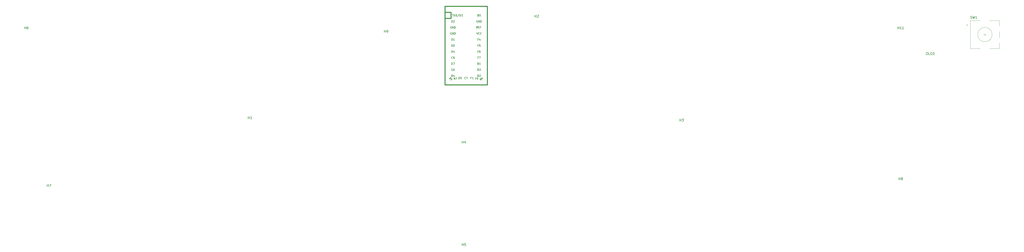
<source format=gbr>
%TF.GenerationSoftware,KiCad,Pcbnew,(5.1.10)-1*%
%TF.CreationDate,2022-01-23T15:25:41-08:00*%
%TF.ProjectId,V2,56322e6b-6963-4616-945f-706362585858,rev?*%
%TF.SameCoordinates,Original*%
%TF.FileFunction,Legend,Top*%
%TF.FilePolarity,Positive*%
%FSLAX46Y46*%
G04 Gerber Fmt 4.6, Leading zero omitted, Abs format (unit mm)*
G04 Created by KiCad (PCBNEW (5.1.10)-1) date 2022-01-23 15:25:41*
%MOMM*%
%LPD*%
G01*
G04 APERTURE LIST*
%ADD10C,0.381000*%
%ADD11C,0.150000*%
%ADD12C,0.120000*%
G04 APERTURE END LIST*
D10*
%TO.C,U1*%
X204241400Y9321800D02*
X204241400Y-21158200D01*
X204241400Y-21158200D02*
X222021400Y-21158200D01*
X222021400Y-21158200D02*
X222021400Y9321800D01*
X206781400Y9321800D02*
X206781400Y6781800D01*
X206781400Y6781800D02*
X204241400Y6781800D01*
D11*
G36*
X218062968Y3442440D02*
G01*
X218062968Y3142440D01*
X217962968Y3142440D01*
X217962968Y3442440D01*
X218062968Y3442440D01*
G37*
X218062968Y3442440D02*
X218062968Y3142440D01*
X217962968Y3142440D01*
X217962968Y3442440D01*
X218062968Y3442440D01*
G36*
X217862968Y3042440D02*
G01*
X217862968Y2942440D01*
X217762968Y2942440D01*
X217762968Y3042440D01*
X217862968Y3042440D01*
G37*
X217862968Y3042440D02*
X217862968Y2942440D01*
X217762968Y2942440D01*
X217762968Y3042440D01*
X217862968Y3042440D01*
G36*
X218062968Y3442440D02*
G01*
X218062968Y3342440D01*
X217562968Y3342440D01*
X217562968Y3442440D01*
X218062968Y3442440D01*
G37*
X218062968Y3442440D02*
X218062968Y3342440D01*
X217562968Y3342440D01*
X217562968Y3442440D01*
X218062968Y3442440D01*
G36*
X217662968Y3442440D02*
G01*
X217662968Y2642440D01*
X217562968Y2642440D01*
X217562968Y3442440D01*
X217662968Y3442440D01*
G37*
X217662968Y3442440D02*
X217662968Y2642440D01*
X217562968Y2642440D01*
X217562968Y3442440D01*
X217662968Y3442440D01*
G36*
X218062968Y2842440D02*
G01*
X218062968Y2642440D01*
X217962968Y2642440D01*
X217962968Y2842440D01*
X218062968Y2842440D01*
G37*
X218062968Y2842440D02*
X218062968Y2642440D01*
X217962968Y2642440D01*
X217962968Y2842440D01*
X218062968Y2842440D01*
D10*
X222021400Y9321800D02*
X222021400Y11861800D01*
X222021400Y11861800D02*
X204241400Y11861800D01*
X204241400Y11861800D02*
X204241400Y9321800D01*
X206781400Y9321800D02*
X204241400Y9321800D01*
D12*
%TO.C,SW1*%
X433949043Y0D02*
G75*
G03*
X433949043Y0I-3000000J0D01*
G01*
X432949043Y5900000D02*
X437049043Y5900000D01*
X437049043Y-5900000D02*
X432949043Y-5900000D01*
X428949043Y-5900000D02*
X424849043Y-5900000D01*
X428949043Y5900000D02*
X424849043Y5900000D01*
X424849043Y5900000D02*
X424849043Y-5900000D01*
X423449043Y3800000D02*
X423149043Y4100000D01*
X423149043Y4100000D02*
X423749043Y4100000D01*
X423749043Y4100000D02*
X423449043Y3800000D01*
X437049043Y5900000D02*
X437049043Y3500000D01*
X437049043Y1300000D02*
X437049043Y-1300000D01*
X437049043Y-3500000D02*
X437049043Y-5900000D01*
X430949043Y500000D02*
X430949043Y-500000D01*
X430449043Y0D02*
X431449043Y0D01*
%TO.C,OL1*%
D11*
X406547819Y-7479380D02*
X406738295Y-7479380D01*
X406833533Y-7527000D01*
X406928771Y-7622238D01*
X406976390Y-7812714D01*
X406976390Y-8146047D01*
X406928771Y-8336523D01*
X406833533Y-8431761D01*
X406738295Y-8479380D01*
X406547819Y-8479380D01*
X406452580Y-8431761D01*
X406357342Y-8336523D01*
X406309723Y-8146047D01*
X406309723Y-7812714D01*
X406357342Y-7622238D01*
X406452580Y-7527000D01*
X406547819Y-7479380D01*
X407881152Y-8479380D02*
X407404961Y-8479380D01*
X407404961Y-7479380D01*
X408214485Y-7955571D02*
X408547819Y-7955571D01*
X408690676Y-8479380D02*
X408214485Y-8479380D01*
X408214485Y-7479380D01*
X408690676Y-7479380D01*
X409119247Y-8479380D02*
X409119247Y-7479380D01*
X409357342Y-7479380D01*
X409500200Y-7527000D01*
X409595438Y-7622238D01*
X409643057Y-7717476D01*
X409690676Y-7907952D01*
X409690676Y-8050809D01*
X409643057Y-8241285D01*
X409595438Y-8336523D01*
X409500200Y-8431761D01*
X409357342Y-8479380D01*
X409119247Y-8479380D01*
%TO.C,U1*%
X218268590Y-17291057D02*
X218382876Y-17329152D01*
X218420971Y-17367247D01*
X218459066Y-17443438D01*
X218459066Y-17557723D01*
X218420971Y-17633914D01*
X218382876Y-17672009D01*
X218306685Y-17710104D01*
X218001923Y-17710104D01*
X218001923Y-16910104D01*
X218268590Y-16910104D01*
X218344780Y-16948200D01*
X218382876Y-16986295D01*
X218420971Y-17062485D01*
X218420971Y-17138676D01*
X218382876Y-17214866D01*
X218344780Y-17252961D01*
X218268590Y-17291057D01*
X218001923Y-17291057D01*
X218763828Y-16986295D02*
X218801923Y-16948200D01*
X218878114Y-16910104D01*
X219068590Y-16910104D01*
X219144780Y-16948200D01*
X219182876Y-16986295D01*
X219220971Y-17062485D01*
X219220971Y-17138676D01*
X219182876Y-17252961D01*
X218725733Y-17710104D01*
X219220971Y-17710104D01*
X218325733Y-9671057D02*
X218059066Y-9671057D01*
X218059066Y-10090104D02*
X218059066Y-9290104D01*
X218440019Y-9290104D01*
X218668590Y-9290104D02*
X219201923Y-9290104D01*
X218859066Y-10090104D01*
X218325733Y-7131057D02*
X218059066Y-7131057D01*
X218059066Y-7550104D02*
X218059066Y-6750104D01*
X218440019Y-6750104D01*
X219087638Y-6750104D02*
X218935257Y-6750104D01*
X218859066Y-6788200D01*
X218820971Y-6826295D01*
X218744780Y-6940580D01*
X218706685Y-7092961D01*
X218706685Y-7397723D01*
X218744780Y-7473914D01*
X218782876Y-7512009D01*
X218859066Y-7550104D01*
X219011447Y-7550104D01*
X219087638Y-7512009D01*
X219125733Y-7473914D01*
X219163828Y-7397723D01*
X219163828Y-7207247D01*
X219125733Y-7131057D01*
X219087638Y-7092961D01*
X219011447Y-7054866D01*
X218859066Y-7054866D01*
X218782876Y-7092961D01*
X218744780Y-7131057D01*
X218706685Y-7207247D01*
X218325733Y-4591057D02*
X218059066Y-4591057D01*
X218059066Y-5010104D02*
X218059066Y-4210104D01*
X218440019Y-4210104D01*
X219125733Y-4210104D02*
X218744780Y-4210104D01*
X218706685Y-4591057D01*
X218744780Y-4552961D01*
X218820971Y-4514866D01*
X219011447Y-4514866D01*
X219087638Y-4552961D01*
X219125733Y-4591057D01*
X219163828Y-4667247D01*
X219163828Y-4857723D01*
X219125733Y-4933914D01*
X219087638Y-4972009D01*
X219011447Y-5010104D01*
X218820971Y-5010104D01*
X218744780Y-4972009D01*
X218706685Y-4933914D01*
X218268590Y8108942D02*
X218382876Y8070847D01*
X218420971Y8032752D01*
X218459066Y7956561D01*
X218459066Y7842276D01*
X218420971Y7766085D01*
X218382876Y7727990D01*
X218306685Y7689895D01*
X218001923Y7689895D01*
X218001923Y8489895D01*
X218268590Y8489895D01*
X218344780Y8451800D01*
X218382876Y8413704D01*
X218420971Y8337514D01*
X218420971Y8261323D01*
X218382876Y8185133D01*
X218344780Y8147038D01*
X218268590Y8108942D01*
X218001923Y8108942D01*
X218954304Y8489895D02*
X219030495Y8489895D01*
X219106685Y8451800D01*
X219144780Y8413704D01*
X219182876Y8337514D01*
X219220971Y8185133D01*
X219220971Y7994657D01*
X219182876Y7842276D01*
X219144780Y7766085D01*
X219106685Y7727990D01*
X219030495Y7689895D01*
X218954304Y7689895D01*
X218878114Y7727990D01*
X218840019Y7766085D01*
X218801923Y7842276D01*
X218763828Y7994657D01*
X218763828Y8185133D01*
X218801923Y8337514D01*
X218840019Y8413704D01*
X218878114Y8451800D01*
X218954304Y8489895D01*
X217982876Y5911800D02*
X217906685Y5949895D01*
X217792400Y5949895D01*
X217678114Y5911800D01*
X217601923Y5835609D01*
X217563828Y5759419D01*
X217525733Y5607038D01*
X217525733Y5492752D01*
X217563828Y5340371D01*
X217601923Y5264180D01*
X217678114Y5187990D01*
X217792400Y5149895D01*
X217868590Y5149895D01*
X217982876Y5187990D01*
X218020971Y5226085D01*
X218020971Y5492752D01*
X217868590Y5492752D01*
X218363828Y5149895D02*
X218363828Y5949895D01*
X218820971Y5149895D01*
X218820971Y5949895D01*
X219201923Y5149895D02*
X219201923Y5949895D01*
X219392400Y5949895D01*
X219506685Y5911800D01*
X219582876Y5835609D01*
X219620971Y5759419D01*
X219659066Y5607038D01*
X219659066Y5492752D01*
X219620971Y5340371D01*
X219582876Y5264180D01*
X219506685Y5187990D01*
X219392400Y5149895D01*
X219201923Y5149895D01*
X218331186Y2677990D02*
X218445472Y2639895D01*
X218635948Y2639895D01*
X218712139Y2677990D01*
X218750234Y2716085D01*
X218788329Y2792276D01*
X218788329Y2868466D01*
X218750234Y2944657D01*
X218712139Y2982752D01*
X218635948Y3020847D01*
X218483567Y3058942D01*
X218407377Y3097038D01*
X218369281Y3135133D01*
X218331186Y3211323D01*
X218331186Y3287514D01*
X218369281Y3363704D01*
X218407377Y3401800D01*
X218483567Y3439895D01*
X218674043Y3439895D01*
X218788329Y3401800D01*
X219016900Y3439895D02*
X219474043Y3439895D01*
X219245472Y2639895D02*
X219245472Y3439895D01*
X217525733Y869895D02*
X217792400Y69895D01*
X218059066Y869895D01*
X218782876Y146085D02*
X218744780Y107990D01*
X218630495Y69895D01*
X218554304Y69895D01*
X218440019Y107990D01*
X218363828Y184180D01*
X218325733Y260371D01*
X218287638Y412752D01*
X218287638Y527038D01*
X218325733Y679419D01*
X218363828Y755609D01*
X218440019Y831800D01*
X218554304Y869895D01*
X218630495Y869895D01*
X218744780Y831800D01*
X218782876Y793704D01*
X219582876Y146085D02*
X219544780Y107990D01*
X219430495Y69895D01*
X219354304Y69895D01*
X219240019Y107990D01*
X219163828Y184180D01*
X219125733Y260371D01*
X219087638Y412752D01*
X219087638Y527038D01*
X219125733Y679419D01*
X219163828Y755609D01*
X219240019Y831800D01*
X219354304Y869895D01*
X219430495Y869895D01*
X219544780Y831800D01*
X219582876Y793704D01*
X218325733Y-2051057D02*
X218059066Y-2051057D01*
X218059066Y-2470104D02*
X218059066Y-1670104D01*
X218440019Y-1670104D01*
X219087638Y-1936771D02*
X219087638Y-2470104D01*
X218897161Y-1632009D02*
X218706685Y-2203438D01*
X219201923Y-2203438D01*
X218268590Y-12211057D02*
X218382876Y-12249152D01*
X218420971Y-12287247D01*
X218459066Y-12363438D01*
X218459066Y-12477723D01*
X218420971Y-12553914D01*
X218382876Y-12592009D01*
X218306685Y-12630104D01*
X218001923Y-12630104D01*
X218001923Y-11830104D01*
X218268590Y-11830104D01*
X218344780Y-11868200D01*
X218382876Y-11906295D01*
X218420971Y-11982485D01*
X218420971Y-12058676D01*
X218382876Y-12134866D01*
X218344780Y-12172961D01*
X218268590Y-12211057D01*
X218001923Y-12211057D01*
X219220971Y-12630104D02*
X218763828Y-12630104D01*
X218992400Y-12630104D02*
X218992400Y-11830104D01*
X218916209Y-11944390D01*
X218840019Y-12020580D01*
X218763828Y-12058676D01*
X218268590Y-14751057D02*
X218382876Y-14789152D01*
X218420971Y-14827247D01*
X218459066Y-14903438D01*
X218459066Y-15017723D01*
X218420971Y-15093914D01*
X218382876Y-15132009D01*
X218306685Y-15170104D01*
X218001923Y-15170104D01*
X218001923Y-14370104D01*
X218268590Y-14370104D01*
X218344780Y-14408200D01*
X218382876Y-14446295D01*
X218420971Y-14522485D01*
X218420971Y-14598676D01*
X218382876Y-14674866D01*
X218344780Y-14712961D01*
X218268590Y-14751057D01*
X218001923Y-14751057D01*
X218725733Y-14370104D02*
X219220971Y-14370104D01*
X218954304Y-14674866D01*
X219068590Y-14674866D01*
X219144780Y-14712961D01*
X219182876Y-14751057D01*
X219220971Y-14827247D01*
X219220971Y-15017723D01*
X219182876Y-15093914D01*
X219144780Y-15132009D01*
X219068590Y-15170104D01*
X218840019Y-15170104D01*
X218763828Y-15132009D01*
X218725733Y-15093914D01*
X206566408Y-18382497D02*
X206613548Y-18476778D01*
X206613548Y-18523919D01*
X206589978Y-18594629D01*
X206519267Y-18665340D01*
X206448557Y-18688910D01*
X206401416Y-18688910D01*
X206330706Y-18665340D01*
X206142144Y-18476778D01*
X206637119Y-17981803D01*
X206802110Y-18146795D01*
X206825680Y-18217506D01*
X206825680Y-18264646D01*
X206802110Y-18335357D01*
X206754970Y-18382497D01*
X206684259Y-18406067D01*
X206637119Y-18406067D01*
X206566408Y-18382497D01*
X206401416Y-18217506D01*
X207367796Y-18712480D02*
X207132093Y-18476778D01*
X206872821Y-18688910D01*
X206919961Y-18688910D01*
X206990672Y-18712480D01*
X207108523Y-18830332D01*
X207132093Y-18901042D01*
X207132093Y-18948183D01*
X207108523Y-19018893D01*
X206990672Y-19136744D01*
X206919961Y-19160315D01*
X206872821Y-19160315D01*
X206802110Y-19136744D01*
X206684259Y-19018893D01*
X206660689Y-18948183D01*
X206660689Y-18901042D01*
X207346590Y-17291057D02*
X207460876Y-17329152D01*
X207498971Y-17367247D01*
X207537066Y-17443438D01*
X207537066Y-17557723D01*
X207498971Y-17633914D01*
X207460876Y-17672009D01*
X207384685Y-17710104D01*
X207079923Y-17710104D01*
X207079923Y-16910104D01*
X207346590Y-16910104D01*
X207422780Y-16948200D01*
X207460876Y-16986295D01*
X207498971Y-17062485D01*
X207498971Y-17138676D01*
X207460876Y-17214866D01*
X207422780Y-17252961D01*
X207346590Y-17291057D01*
X207079923Y-17291057D01*
X208222780Y-17176771D02*
X208222780Y-17710104D01*
X208032304Y-16872009D02*
X207841828Y-17443438D01*
X208337066Y-17443438D01*
X207118019Y-14751057D02*
X207384685Y-14751057D01*
X207498971Y-15170104D02*
X207118019Y-15170104D01*
X207118019Y-14370104D01*
X207498971Y-14370104D01*
X208184685Y-14370104D02*
X208032304Y-14370104D01*
X207956114Y-14408200D01*
X207918019Y-14446295D01*
X207841828Y-14560580D01*
X207803733Y-14712961D01*
X207803733Y-15017723D01*
X207841828Y-15093914D01*
X207879923Y-15132009D01*
X207956114Y-15170104D01*
X208108495Y-15170104D01*
X208184685Y-15132009D01*
X208222780Y-15093914D01*
X208260876Y-15017723D01*
X208260876Y-14827247D01*
X208222780Y-14751057D01*
X208184685Y-14712961D01*
X208108495Y-14674866D01*
X207956114Y-14674866D01*
X207879923Y-14712961D01*
X207841828Y-14751057D01*
X207803733Y-14827247D01*
X207079923Y-12630104D02*
X207079923Y-11830104D01*
X207270400Y-11830104D01*
X207384685Y-11868200D01*
X207460876Y-11944390D01*
X207498971Y-12020580D01*
X207537066Y-12172961D01*
X207537066Y-12287247D01*
X207498971Y-12439628D01*
X207460876Y-12515819D01*
X207384685Y-12592009D01*
X207270400Y-12630104D01*
X207079923Y-12630104D01*
X207803733Y-11830104D02*
X208337066Y-11830104D01*
X207994209Y-12630104D01*
X207537066Y-10013914D02*
X207498971Y-10052009D01*
X207384685Y-10090104D01*
X207308495Y-10090104D01*
X207194209Y-10052009D01*
X207118019Y-9975819D01*
X207079923Y-9899628D01*
X207041828Y-9747247D01*
X207041828Y-9632961D01*
X207079923Y-9480580D01*
X207118019Y-9404390D01*
X207194209Y-9328200D01*
X207308495Y-9290104D01*
X207384685Y-9290104D01*
X207498971Y-9328200D01*
X207537066Y-9366295D01*
X208222780Y-9290104D02*
X208070400Y-9290104D01*
X207994209Y-9328200D01*
X207956114Y-9366295D01*
X207879923Y-9480580D01*
X207841828Y-9632961D01*
X207841828Y-9937723D01*
X207879923Y-10013914D01*
X207918019Y-10052009D01*
X207994209Y-10090104D01*
X208146590Y-10090104D01*
X208222780Y-10052009D01*
X208260876Y-10013914D01*
X208298971Y-9937723D01*
X208298971Y-9747247D01*
X208260876Y-9671057D01*
X208222780Y-9632961D01*
X208146590Y-9594866D01*
X207994209Y-9594866D01*
X207918019Y-9632961D01*
X207879923Y-9671057D01*
X207841828Y-9747247D01*
X207079923Y-7550104D02*
X207079923Y-6750104D01*
X207270400Y-6750104D01*
X207384685Y-6788200D01*
X207460876Y-6864390D01*
X207498971Y-6940580D01*
X207537066Y-7092961D01*
X207537066Y-7207247D01*
X207498971Y-7359628D01*
X207460876Y-7435819D01*
X207384685Y-7512009D01*
X207270400Y-7550104D01*
X207079923Y-7550104D01*
X208222780Y-7016771D02*
X208222780Y-7550104D01*
X208032304Y-6712009D02*
X207841828Y-7283438D01*
X208337066Y-7283438D01*
X207060876Y3371800D02*
X206984685Y3409895D01*
X206870400Y3409895D01*
X206756114Y3371800D01*
X206679923Y3295609D01*
X206641828Y3219419D01*
X206603733Y3067038D01*
X206603733Y2952752D01*
X206641828Y2800371D01*
X206679923Y2724180D01*
X206756114Y2647990D01*
X206870400Y2609895D01*
X206946590Y2609895D01*
X207060876Y2647990D01*
X207098971Y2686085D01*
X207098971Y2952752D01*
X206946590Y2952752D01*
X207441828Y2609895D02*
X207441828Y3409895D01*
X207898971Y2609895D01*
X207898971Y3409895D01*
X208279923Y2609895D02*
X208279923Y3409895D01*
X208470400Y3409895D01*
X208584685Y3371800D01*
X208660876Y3295609D01*
X208698971Y3219419D01*
X208737066Y3067038D01*
X208737066Y2952752D01*
X208698971Y2800371D01*
X208660876Y2724180D01*
X208584685Y2647990D01*
X208470400Y2609895D01*
X208279923Y2609895D01*
X207060876Y831800D02*
X206984685Y869895D01*
X206870400Y869895D01*
X206756114Y831800D01*
X206679923Y755609D01*
X206641828Y679419D01*
X206603733Y527038D01*
X206603733Y412752D01*
X206641828Y260371D01*
X206679923Y184180D01*
X206756114Y107990D01*
X206870400Y69895D01*
X206946590Y69895D01*
X207060876Y107990D01*
X207098971Y146085D01*
X207098971Y412752D01*
X206946590Y412752D01*
X207441828Y69895D02*
X207441828Y869895D01*
X207898971Y69895D01*
X207898971Y869895D01*
X208279923Y69895D02*
X208279923Y869895D01*
X208470400Y869895D01*
X208584685Y831800D01*
X208660876Y755609D01*
X208698971Y679419D01*
X208737066Y527038D01*
X208737066Y412752D01*
X208698971Y260371D01*
X208660876Y184180D01*
X208584685Y107990D01*
X208470400Y69895D01*
X208279923Y69895D01*
X207079923Y-2470104D02*
X207079923Y-1670104D01*
X207270400Y-1670104D01*
X207384685Y-1708200D01*
X207460876Y-1784390D01*
X207498971Y-1860580D01*
X207537066Y-2012961D01*
X207537066Y-2127247D01*
X207498971Y-2279628D01*
X207460876Y-2355819D01*
X207384685Y-2432009D01*
X207270400Y-2470104D01*
X207079923Y-2470104D01*
X208298971Y-2470104D02*
X207841828Y-2470104D01*
X208070400Y-2470104D02*
X208070400Y-1670104D01*
X207994209Y-1784390D01*
X207918019Y-1860580D01*
X207841828Y-1898676D01*
X207079923Y-5010104D02*
X207079923Y-4210104D01*
X207270400Y-4210104D01*
X207384685Y-4248200D01*
X207460876Y-4324390D01*
X207498971Y-4400580D01*
X207537066Y-4552961D01*
X207537066Y-4667247D01*
X207498971Y-4819628D01*
X207460876Y-4895819D01*
X207384685Y-4972009D01*
X207270400Y-5010104D01*
X207079923Y-5010104D01*
X208032304Y-4210104D02*
X208108495Y-4210104D01*
X208184685Y-4248200D01*
X208222780Y-4286295D01*
X208260876Y-4362485D01*
X208298971Y-4514866D01*
X208298971Y-4705342D01*
X208260876Y-4857723D01*
X208222780Y-4933914D01*
X208184685Y-4972009D01*
X208108495Y-5010104D01*
X208032304Y-5010104D01*
X207956114Y-4972009D01*
X207918019Y-4933914D01*
X207879923Y-4857723D01*
X207841828Y-4705342D01*
X207841828Y-4514866D01*
X207879923Y-4362485D01*
X207918019Y-4286295D01*
X207956114Y-4248200D01*
X208032304Y-4210104D01*
X207079923Y5149895D02*
X207079923Y5949895D01*
X207270400Y5949895D01*
X207384685Y5911800D01*
X207460876Y5835609D01*
X207498971Y5759419D01*
X207537066Y5607038D01*
X207537066Y5492752D01*
X207498971Y5340371D01*
X207460876Y5264180D01*
X207384685Y5187990D01*
X207270400Y5149895D01*
X207079923Y5149895D01*
X207841828Y5873704D02*
X207879923Y5911800D01*
X207956114Y5949895D01*
X208146590Y5949895D01*
X208222780Y5911800D01*
X208260876Y5873704D01*
X208298971Y5797514D01*
X208298971Y5721323D01*
X208260876Y5607038D01*
X207803733Y5149895D01*
X208298971Y5149895D01*
X207369051Y8489895D02*
X207826194Y8489895D01*
X207597623Y7689895D02*
X207597623Y8489895D01*
X208016670Y8489895D02*
X208550004Y7689895D01*
X208550004Y8489895D02*
X208016670Y7689895D01*
X209007147Y8489895D02*
X209083337Y8489895D01*
X209159528Y8451800D01*
X209197623Y8413704D01*
X209235718Y8337514D01*
X209273813Y8185133D01*
X209273813Y7994657D01*
X209235718Y7842276D01*
X209197623Y7766085D01*
X209159528Y7727990D01*
X209083337Y7689895D01*
X209007147Y7689895D01*
X208930956Y7727990D01*
X208892861Y7766085D01*
X208854766Y7842276D01*
X208816670Y7994657D01*
X208816670Y8185133D01*
X208854766Y8337514D01*
X208892861Y8413704D01*
X208930956Y8451800D01*
X209007147Y8489895D01*
X210188099Y8527990D02*
X209502385Y7499419D01*
X210454766Y7689895D02*
X210454766Y8489895D01*
X210645242Y8489895D01*
X210759528Y8451800D01*
X210835718Y8375609D01*
X210873813Y8299419D01*
X210911908Y8147038D01*
X210911908Y8032752D01*
X210873813Y7880371D01*
X210835718Y7804180D01*
X210759528Y7727990D01*
X210645242Y7689895D01*
X210454766Y7689895D01*
X211178575Y8489895D02*
X211673813Y8489895D01*
X211407147Y8185133D01*
X211521432Y8185133D01*
X211597623Y8147038D01*
X211635718Y8108942D01*
X211673813Y8032752D01*
X211673813Y7842276D01*
X211635718Y7766085D01*
X211597623Y7727990D01*
X211521432Y7689895D01*
X211292861Y7689895D01*
X211216670Y7727990D01*
X211178575Y7766085D01*
X208348066Y-18468200D02*
X208448066Y-18501533D01*
X208481400Y-18534866D01*
X208514733Y-18601533D01*
X208514733Y-18701533D01*
X208481400Y-18768200D01*
X208448066Y-18801533D01*
X208381400Y-18834866D01*
X208114733Y-18834866D01*
X208114733Y-18134866D01*
X208348066Y-18134866D01*
X208414733Y-18168200D01*
X208448066Y-18201533D01*
X208481400Y-18268200D01*
X208481400Y-18334866D01*
X208448066Y-18401533D01*
X208414733Y-18434866D01*
X208348066Y-18468200D01*
X208114733Y-18468200D01*
X208748066Y-18134866D02*
X209214733Y-18134866D01*
X208914733Y-18834866D01*
X217398066Y-18468200D02*
X217164733Y-18468200D01*
X217164733Y-18834866D02*
X217164733Y-18134866D01*
X217498066Y-18134866D01*
X217898066Y-18134866D02*
X217964733Y-18134866D01*
X218031400Y-18168200D01*
X218064733Y-18201533D01*
X218098066Y-18268200D01*
X218131400Y-18401533D01*
X218131400Y-18568200D01*
X218098066Y-18701533D01*
X218064733Y-18768200D01*
X218031400Y-18801533D01*
X217964733Y-18834866D01*
X217898066Y-18834866D01*
X217831400Y-18801533D01*
X217798066Y-18768200D01*
X217764733Y-18701533D01*
X217731400Y-18568200D01*
X217731400Y-18401533D01*
X217764733Y-18268200D01*
X217798066Y-18201533D01*
X217831400Y-18168200D01*
X217898066Y-18134866D01*
X219295697Y-18783191D02*
X219389978Y-18736051D01*
X219437119Y-18736051D01*
X219507829Y-18759621D01*
X219578540Y-18830332D01*
X219602110Y-18901042D01*
X219602110Y-18948183D01*
X219578540Y-19018893D01*
X219389978Y-19207455D01*
X218895003Y-18712480D01*
X219059995Y-18547489D01*
X219130706Y-18523919D01*
X219177846Y-18523919D01*
X219248557Y-18547489D01*
X219295697Y-18594629D01*
X219319267Y-18665340D01*
X219319267Y-18712480D01*
X219295697Y-18783191D01*
X219130706Y-18948183D01*
X219602110Y-18005374D02*
X219507829Y-18099655D01*
X219484259Y-18170365D01*
X219484259Y-18217506D01*
X219507829Y-18335357D01*
X219578540Y-18453208D01*
X219767102Y-18641770D01*
X219837812Y-18665340D01*
X219884953Y-18665340D01*
X219955664Y-18641770D01*
X220049944Y-18547489D01*
X220073515Y-18476778D01*
X220073515Y-18429638D01*
X220049944Y-18358927D01*
X219932093Y-18241076D01*
X219861383Y-18217506D01*
X219814242Y-18217506D01*
X219743532Y-18241076D01*
X219649251Y-18335357D01*
X219625680Y-18406067D01*
X219625680Y-18453208D01*
X219649251Y-18523919D01*
X212998066Y-18603914D02*
X212959971Y-18642009D01*
X212845685Y-18680104D01*
X212769495Y-18680104D01*
X212655209Y-18642009D01*
X212579019Y-18565819D01*
X212540923Y-18489628D01*
X212502828Y-18337247D01*
X212502828Y-18222961D01*
X212540923Y-18070580D01*
X212579019Y-17994390D01*
X212655209Y-17918200D01*
X212769495Y-17880104D01*
X212845685Y-17880104D01*
X212959971Y-17918200D01*
X212998066Y-17956295D01*
X213264733Y-17880104D02*
X213798066Y-17880104D01*
X213455209Y-18680104D01*
X215404733Y-18261057D02*
X215138066Y-18261057D01*
X215138066Y-18680104D02*
X215138066Y-17880104D01*
X215519019Y-17880104D01*
X216242828Y-18680104D02*
X215785685Y-18680104D01*
X216014257Y-18680104D02*
X216014257Y-17880104D01*
X215938066Y-17994390D01*
X215861876Y-18070580D01*
X215785685Y-18108676D01*
X210000923Y-18680104D02*
X210000923Y-17880104D01*
X210191400Y-17880104D01*
X210305685Y-17918200D01*
X210381876Y-17994390D01*
X210419971Y-18070580D01*
X210458066Y-18222961D01*
X210458066Y-18337247D01*
X210419971Y-18489628D01*
X210381876Y-18565819D01*
X210305685Y-18642009D01*
X210191400Y-18680104D01*
X210000923Y-18680104D01*
X211181876Y-17880104D02*
X210800923Y-17880104D01*
X210762828Y-18261057D01*
X210800923Y-18222961D01*
X210877114Y-18184866D01*
X211067590Y-18184866D01*
X211143780Y-18222961D01*
X211181876Y-18261057D01*
X211219971Y-18337247D01*
X211219971Y-18527723D01*
X211181876Y-18603914D01*
X211143780Y-18642009D01*
X211067590Y-18680104D01*
X210877114Y-18680104D01*
X210800923Y-18642009D01*
X210762828Y-18603914D01*
%TO.C,H11*%
X394354204Y2315819D02*
X394354204Y3315819D01*
X394354204Y2839628D02*
X394925633Y2839628D01*
X394925633Y2315819D02*
X394925633Y3315819D01*
X395925633Y2315819D02*
X395354204Y2315819D01*
X395639919Y2315819D02*
X395639919Y3315819D01*
X395544680Y3172961D01*
X395449442Y3077723D01*
X395354204Y3030104D01*
X396878014Y2315819D02*
X396306585Y2315819D01*
X396592300Y2315819D02*
X396592300Y3315819D01*
X396497061Y3172961D01*
X396401823Y3077723D01*
X396306585Y3030104D01*
%TO.C,H9*%
X178790695Y856119D02*
X178790695Y1856119D01*
X178790695Y1379928D02*
X179362123Y1379928D01*
X179362123Y856119D02*
X179362123Y1856119D01*
X179885933Y856119D02*
X180076409Y856119D01*
X180171647Y903738D01*
X180219266Y951357D01*
X180314504Y1094214D01*
X180362123Y1284690D01*
X180362123Y1665642D01*
X180314504Y1760880D01*
X180266885Y1808500D01*
X180171647Y1856119D01*
X179981171Y1856119D01*
X179885933Y1808500D01*
X179838314Y1760880D01*
X179790695Y1665642D01*
X179790695Y1427547D01*
X179838314Y1332309D01*
X179885933Y1284690D01*
X179981171Y1237071D01*
X180171647Y1237071D01*
X180266885Y1284690D01*
X180314504Y1332309D01*
X180362123Y1427547D01*
%TO.C,H8*%
X394830395Y-61107980D02*
X394830395Y-60107980D01*
X394830395Y-60584171D02*
X395401823Y-60584171D01*
X395401823Y-61107980D02*
X395401823Y-60107980D01*
X396020871Y-60536552D02*
X395925633Y-60488933D01*
X395878014Y-60441314D01*
X395830395Y-60346076D01*
X395830395Y-60298457D01*
X395878014Y-60203219D01*
X395925633Y-60155600D01*
X396020871Y-60107980D01*
X396211347Y-60107980D01*
X396306585Y-60155600D01*
X396354204Y-60203219D01*
X396401823Y-60298457D01*
X396401823Y-60346076D01*
X396354204Y-60441314D01*
X396306585Y-60488933D01*
X396211347Y-60536552D01*
X396020871Y-60536552D01*
X395925633Y-60584171D01*
X395878014Y-60631790D01*
X395830395Y-60727028D01*
X395830395Y-60917504D01*
X395878014Y-61012742D01*
X395925633Y-61060361D01*
X396020871Y-61107980D01*
X396211347Y-61107980D01*
X396306585Y-61060361D01*
X396354204Y-61012742D01*
X396401823Y-60917504D01*
X396401823Y-60727028D01*
X396354204Y-60631790D01*
X396306585Y-60584171D01*
X396211347Y-60536552D01*
%TO.C,H7*%
X37338095Y-63927380D02*
X37338095Y-62927380D01*
X37338095Y-63403571D02*
X37909523Y-63403571D01*
X37909523Y-63927380D02*
X37909523Y-62927380D01*
X38290476Y-62927380D02*
X38957142Y-62927380D01*
X38528571Y-63927380D01*
%TO.C,H6*%
X27813095Y2315819D02*
X27813095Y3315819D01*
X27813095Y2839628D02*
X28384523Y2839628D01*
X28384523Y2315819D02*
X28384523Y3315819D01*
X29289285Y3315819D02*
X29098809Y3315819D01*
X29003571Y3268200D01*
X28955952Y3220580D01*
X28860714Y3077723D01*
X28813095Y2887247D01*
X28813095Y2506295D01*
X28860714Y2411057D01*
X28908333Y2363438D01*
X29003571Y2315819D01*
X29194047Y2315819D01*
X29289285Y2363438D01*
X29336904Y2411057D01*
X29384523Y2506295D01*
X29384523Y2744390D01*
X29336904Y2839628D01*
X29289285Y2887247D01*
X29194047Y2934866D01*
X29003571Y2934866D01*
X28908333Y2887247D01*
X28860714Y2839628D01*
X28813095Y2744390D01*
%TO.C,H5*%
X211467795Y-88793980D02*
X211467795Y-87793980D01*
X211467795Y-88270171D02*
X212039223Y-88270171D01*
X212039223Y-88793980D02*
X212039223Y-87793980D01*
X212991604Y-87793980D02*
X212515414Y-87793980D01*
X212467795Y-88270171D01*
X212515414Y-88222552D01*
X212610652Y-88174933D01*
X212848747Y-88174933D01*
X212943985Y-88222552D01*
X212991604Y-88270171D01*
X213039223Y-88365409D01*
X213039223Y-88603504D01*
X212991604Y-88698742D01*
X212943985Y-88746361D01*
X212848747Y-88793980D01*
X212610652Y-88793980D01*
X212515414Y-88746361D01*
X212467795Y-88698742D01*
%TO.C,H4*%
X211467795Y-45702880D02*
X211467795Y-44702880D01*
X211467795Y-45179071D02*
X212039223Y-45179071D01*
X212039223Y-45702880D02*
X212039223Y-44702880D01*
X212943985Y-45036214D02*
X212943985Y-45702880D01*
X212705890Y-44655261D02*
X212467795Y-45369547D01*
X213086842Y-45369547D01*
%TO.C,H3*%
X302869695Y-36419180D02*
X302869695Y-35419180D01*
X302869695Y-35895371D02*
X303441123Y-35895371D01*
X303441123Y-36419180D02*
X303441123Y-35419180D01*
X303822076Y-35419180D02*
X304441123Y-35419180D01*
X304107790Y-35800133D01*
X304250647Y-35800133D01*
X304345885Y-35847752D01*
X304393504Y-35895371D01*
X304441123Y-35990609D01*
X304441123Y-36228704D01*
X304393504Y-36323942D01*
X304345885Y-36371561D01*
X304250647Y-36419180D01*
X303964933Y-36419180D01*
X303869695Y-36371561D01*
X303822076Y-36323942D01*
%TO.C,H2*%
X242062095Y7256119D02*
X242062095Y8256119D01*
X242062095Y7779928D02*
X242633523Y7779928D01*
X242633523Y7256119D02*
X242633523Y8256119D01*
X243062095Y8160880D02*
X243109714Y8208500D01*
X243204952Y8256119D01*
X243443047Y8256119D01*
X243538285Y8208500D01*
X243585904Y8160880D01*
X243633523Y8065642D01*
X243633523Y7970404D01*
X243585904Y7827547D01*
X243014476Y7256119D01*
X243633523Y7256119D01*
%TO.C,H1*%
X121678795Y-35415880D02*
X121678795Y-34415880D01*
X121678795Y-34892071D02*
X122250223Y-34892071D01*
X122250223Y-35415880D02*
X122250223Y-34415880D01*
X123250223Y-35415880D02*
X122678795Y-35415880D01*
X122964509Y-35415880D02*
X122964509Y-34415880D01*
X122869271Y-34558738D01*
X122774033Y-34653976D01*
X122678795Y-34701595D01*
%TO.C,SW1*%
X424915709Y6795238D02*
X425058566Y6747619D01*
X425296662Y6747619D01*
X425391900Y6795238D01*
X425439519Y6842857D01*
X425487138Y6938095D01*
X425487138Y7033333D01*
X425439519Y7128571D01*
X425391900Y7176190D01*
X425296662Y7223809D01*
X425106185Y7271428D01*
X425010947Y7319047D01*
X424963328Y7366666D01*
X424915709Y7461904D01*
X424915709Y7557142D01*
X424963328Y7652380D01*
X425010947Y7700000D01*
X425106185Y7747619D01*
X425344281Y7747619D01*
X425487138Y7700000D01*
X425820471Y7747619D02*
X426058566Y6747619D01*
X426249043Y7461904D01*
X426439519Y6747619D01*
X426677614Y7747619D01*
X427582376Y6747619D02*
X427010947Y6747619D01*
X427296662Y6747619D02*
X427296662Y7747619D01*
X427201423Y7604761D01*
X427106185Y7509523D01*
X427010947Y7461904D01*
%TD*%
M02*

</source>
